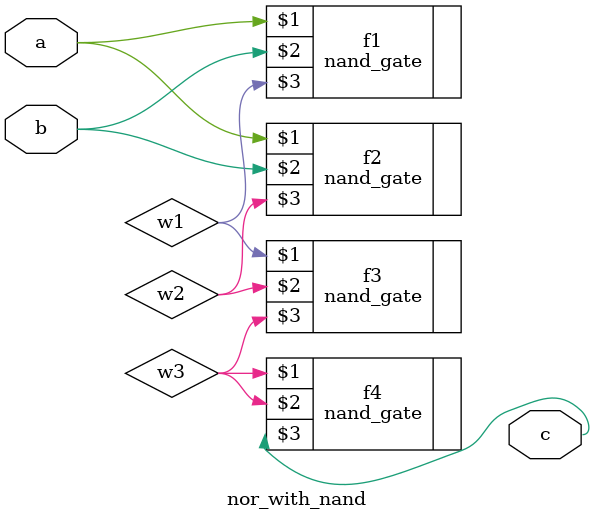
<source format=v>
`include "nand_gate.v"

module nor_with_nand(a,b,c);
    input a,b;
    output c;

    wire w1,w2,w3;

    nand_gate f1(a,b,w1);
    nand_gate f2(a,b,w2);
    nand_gate f3(w1,w2,w3);
    nand_gate f4(w3,w3,c);

endmodule

</source>
